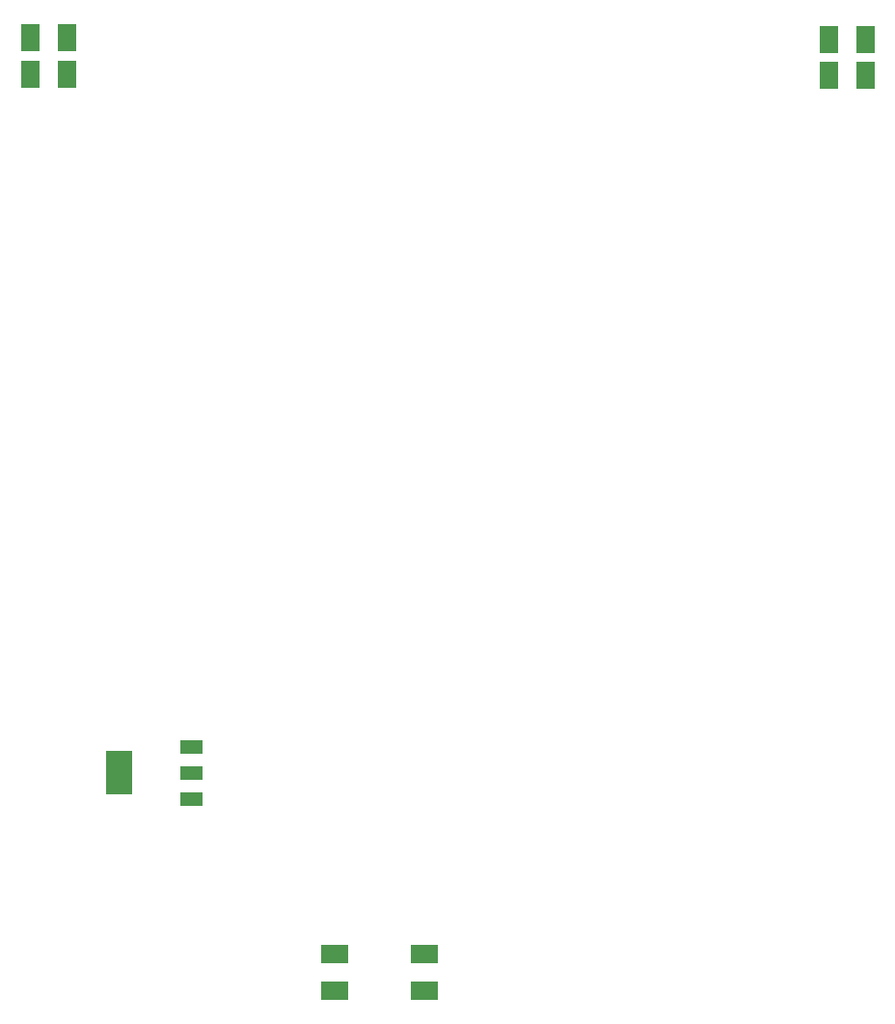
<source format=gbp>
G04 Layer: BottomPasteMaskLayer*
G04 EasyEDA v6.2.46, 2019-12-30T00:29:30+05:30*
G04 ef53065936be4c9b9f598b0f68a09c93,6145028fc9404f35aebdec50a9af1db0,10*
G04 Gerber Generator version 0.2*
G04 Scale: 100 percent, Rotated: No, Reflected: No *
G04 Dimensions in millimeters *
G04 leading zeros omitted , absolute positions ,3 integer and 3 decimal *
%FSLAX33Y33*%
%MOMM*%
G90*
G71D02*


%LPD*%
G36*
G01X11373Y25109D02*
G01X9073Y25109D01*
G01X9073Y21309D01*
G01X11373Y21309D01*
G01X11373Y25109D01*
G37*
G36*
G01X17573Y23809D02*
G01X15573Y23809D01*
G01X15573Y22609D01*
G01X17573Y22609D01*
G01X17573Y23809D01*
G37*
G36*
G01X17573Y21509D02*
G01X15573Y21509D01*
G01X15573Y20309D01*
G01X17573Y20309D01*
G01X17573Y21509D01*
G37*
G36*
G01X17573Y26109D02*
G01X15573Y26109D01*
G01X15573Y24909D01*
G01X17573Y24909D01*
G01X17573Y26109D01*
G37*
G36*
G01X30349Y3329D02*
G01X30349Y4930D01*
G01X27949Y4930D01*
G01X27949Y3329D01*
G01X30349Y3329D01*
G37*
G36*
G01X30349Y6529D02*
G01X30349Y8129D01*
G01X27949Y8129D01*
G01X27949Y6529D01*
G01X30349Y6529D01*
G37*
G36*
G01X76509Y88769D02*
G01X74909Y88769D01*
G01X74909Y86369D01*
G01X76509Y86369D01*
G01X76509Y88769D01*
G37*
G36*
G01X73309Y88769D02*
G01X71709Y88769D01*
G01X71709Y86369D01*
G01X73309Y86369D01*
G01X73309Y88769D01*
G37*
G36*
G01X76509Y85634D02*
G01X74909Y85634D01*
G01X74909Y83234D01*
G01X76509Y83234D01*
G01X76509Y85634D01*
G37*
G36*
G01X73309Y85634D02*
G01X71709Y85634D01*
G01X71709Y83234D01*
G01X73309Y83234D01*
G01X73309Y85634D01*
G37*
G36*
G01X1629Y83289D02*
G01X3229Y83289D01*
G01X3229Y85689D01*
G01X1629Y85689D01*
G01X1629Y83289D01*
G37*
G36*
G01X4829Y83289D02*
G01X6429Y83289D01*
G01X6429Y85689D01*
G01X4829Y85689D01*
G01X4829Y83289D01*
G37*
G36*
G01X1629Y86504D02*
G01X3229Y86504D01*
G01X3229Y88904D01*
G01X1629Y88904D01*
G01X1629Y86504D01*
G37*
G36*
G01X4829Y86504D02*
G01X6429Y86504D01*
G01X6429Y88904D01*
G01X4829Y88904D01*
G01X4829Y86504D01*
G37*
G36*
G01X38229Y3329D02*
G01X38229Y4930D01*
G01X35829Y4930D01*
G01X35829Y3329D01*
G01X38229Y3329D01*
G37*
G36*
G01X38229Y6529D02*
G01X38229Y8129D01*
G01X35829Y8129D01*
G01X35829Y6529D01*
G01X38229Y6529D01*
G37*
M00*
M02*

</source>
